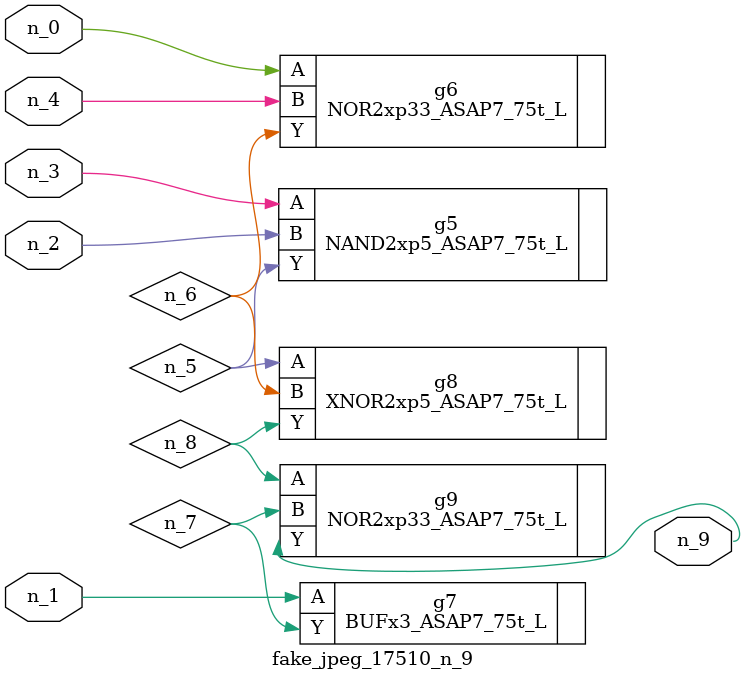
<source format=v>
module fake_jpeg_17510_n_9 (n_3, n_2, n_1, n_0, n_4, n_9);

input n_3;
input n_2;
input n_1;
input n_0;
input n_4;

output n_9;

wire n_8;
wire n_6;
wire n_5;
wire n_7;

NAND2xp5_ASAP7_75t_L g5 ( 
.A(n_3),
.B(n_2),
.Y(n_5)
);

NOR2xp33_ASAP7_75t_L g6 ( 
.A(n_0),
.B(n_4),
.Y(n_6)
);

BUFx3_ASAP7_75t_L g7 ( 
.A(n_1),
.Y(n_7)
);

XNOR2xp5_ASAP7_75t_L g8 ( 
.A(n_5),
.B(n_6),
.Y(n_8)
);

NOR2xp33_ASAP7_75t_L g9 ( 
.A(n_8),
.B(n_7),
.Y(n_9)
);


endmodule
</source>
